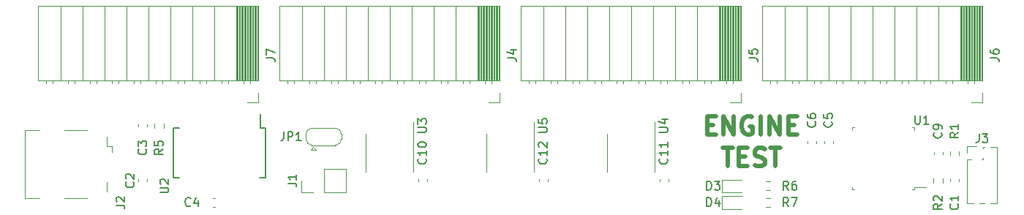
<source format=gbr>
%TF.GenerationSoftware,KiCad,Pcbnew,(5.1.9)-1*%
%TF.CreationDate,2021-05-23T15:32:32+02:00*%
%TF.ProjectId,Engine_Test,456e6769-6e65-45f5-9465-73742e6b6963,rev?*%
%TF.SameCoordinates,Original*%
%TF.FileFunction,Legend,Top*%
%TF.FilePolarity,Positive*%
%FSLAX46Y46*%
G04 Gerber Fmt 4.6, Leading zero omitted, Abs format (unit mm)*
G04 Created by KiCad (PCBNEW (5.1.9)-1) date 2021-05-23 15:32:32*
%MOMM*%
%LPD*%
G01*
G04 APERTURE LIST*
%ADD10C,0.525000*%
%ADD11C,0.120000*%
%ADD12C,0.150000*%
G04 APERTURE END LIST*
D10*
X189160000Y-98977500D02*
X189860000Y-98977500D01*
X190160000Y-100077500D02*
X189160000Y-100077500D01*
X189160000Y-97977500D01*
X190160000Y-97977500D01*
X191060000Y-100077500D02*
X191060000Y-97977500D01*
X192260000Y-100077500D01*
X192260000Y-97977500D01*
X194360000Y-98077500D02*
X194160000Y-97977500D01*
X193860000Y-97977500D01*
X193560000Y-98077500D01*
X193360000Y-98277500D01*
X193260000Y-98477500D01*
X193160000Y-98877500D01*
X193160000Y-99177500D01*
X193260000Y-99577500D01*
X193360000Y-99777500D01*
X193560000Y-99977500D01*
X193860000Y-100077500D01*
X194060000Y-100077500D01*
X194360000Y-99977500D01*
X194460000Y-99877500D01*
X194460000Y-99177500D01*
X194060000Y-99177500D01*
X195360000Y-100077500D02*
X195360000Y-97977500D01*
X196360000Y-100077500D02*
X196360000Y-97977500D01*
X197560000Y-100077500D01*
X197560000Y-97977500D01*
X198560000Y-98977500D02*
X199260000Y-98977500D01*
X199560000Y-100077500D02*
X198560000Y-100077500D01*
X198560000Y-97977500D01*
X199560000Y-97977500D01*
X190960000Y-101652500D02*
X192160000Y-101652500D01*
X191560000Y-103752500D02*
X191560000Y-101652500D01*
X192860000Y-102652500D02*
X193560000Y-102652500D01*
X193860000Y-103752500D02*
X192860000Y-103752500D01*
X192860000Y-101652500D01*
X193860000Y-101652500D01*
X194660000Y-103652500D02*
X194960000Y-103752500D01*
X195460000Y-103752500D01*
X195660000Y-103652500D01*
X195760000Y-103552500D01*
X195860000Y-103352500D01*
X195860000Y-103152500D01*
X195760000Y-102952500D01*
X195660000Y-102852500D01*
X195460000Y-102752500D01*
X195060000Y-102652500D01*
X194860000Y-102552500D01*
X194760000Y-102452500D01*
X194660000Y-102252500D01*
X194660000Y-102052500D01*
X194760000Y-101852500D01*
X194860000Y-101752500D01*
X195060000Y-101652500D01*
X195560000Y-101652500D01*
X195860000Y-101752500D01*
X196460000Y-101652500D02*
X197660000Y-101652500D01*
X197060000Y-103752500D02*
X197060000Y-101652500D01*
D11*
%TO.C,J2*%
X114755000Y-99545000D02*
X117355000Y-99545000D01*
X117355000Y-107465000D02*
X114755000Y-107465000D01*
X119665000Y-100305000D02*
X119665000Y-101455000D01*
X119665000Y-101455000D02*
X120255000Y-101455000D01*
X120255000Y-101455000D02*
X120255000Y-102155000D01*
X119665000Y-105555000D02*
X119665000Y-106705000D01*
X111855000Y-99545000D02*
X110195000Y-99545000D01*
X110195000Y-99545000D02*
X110195000Y-107465000D01*
X110195000Y-107465000D02*
X111855000Y-107465000D01*
%TO.C,J1*%
X142180000Y-106740000D02*
X142180000Y-105410000D01*
X143510000Y-106740000D02*
X142180000Y-106740000D01*
X144780000Y-106740000D02*
X144780000Y-104080000D01*
X144780000Y-104080000D02*
X147380000Y-104080000D01*
X144780000Y-106740000D02*
X147380000Y-106740000D01*
X147380000Y-106740000D02*
X147380000Y-104080000D01*
%TO.C,U1*%
X206240000Y-99260000D02*
X205940000Y-99260000D01*
X205940000Y-99260000D02*
X205940000Y-99560000D01*
X212860000Y-99260000D02*
X213160000Y-99260000D01*
X213160000Y-99260000D02*
X213160000Y-99560000D01*
X206240000Y-106480000D02*
X205940000Y-106480000D01*
X205940000Y-106480000D02*
X205940000Y-106180000D01*
X212860000Y-106480000D02*
X213160000Y-106480000D01*
X213160000Y-106480000D02*
X213160000Y-106180000D01*
X213160000Y-106180000D02*
X214475000Y-106180000D01*
%TO.C,J3*%
X219215000Y-101475000D02*
X220345000Y-101475000D01*
X219215000Y-102235000D02*
X219215000Y-101475000D01*
X221922530Y-101540000D02*
X222745000Y-101540000D01*
X221105000Y-101540000D02*
X221307470Y-101540000D01*
X221105000Y-101671529D02*
X221105000Y-101540000D01*
X221105000Y-102941529D02*
X221105000Y-102798471D01*
X220908471Y-102995000D02*
X221051529Y-102995000D01*
X219215000Y-102995000D02*
X219781529Y-102995000D01*
X222745000Y-101540000D02*
X222745000Y-108010000D01*
X219215000Y-102995000D02*
X219215000Y-108010000D01*
X220652530Y-108010000D02*
X221307470Y-108010000D01*
X221922530Y-108010000D02*
X222745000Y-108010000D01*
X219215000Y-108010000D02*
X220037470Y-108010000D01*
%TO.C,U5*%
X163635000Y-102235000D02*
X163635000Y-104435000D01*
X163635000Y-102235000D02*
X163635000Y-100035000D01*
X169105000Y-102235000D02*
X169105000Y-104435000D01*
X169105000Y-102235000D02*
X169105000Y-98635000D01*
%TO.C,U4*%
X177605000Y-102235000D02*
X177605000Y-104435000D01*
X177605000Y-102235000D02*
X177605000Y-100035000D01*
X183075000Y-102235000D02*
X183075000Y-104435000D01*
X183075000Y-102235000D02*
X183075000Y-98635000D01*
%TO.C,U3*%
X149665000Y-102235000D02*
X149665000Y-104435000D01*
X149665000Y-102235000D02*
X149665000Y-100035000D01*
X155135000Y-102235000D02*
X155135000Y-104435000D01*
X155135000Y-102235000D02*
X155135000Y-98635000D01*
D12*
%TO.C,U2*%
X138040000Y-99360000D02*
X137465000Y-99360000D01*
X138040000Y-105110000D02*
X137390000Y-105110000D01*
X127390000Y-105110000D02*
X128040000Y-105110000D01*
X127390000Y-99360000D02*
X128040000Y-99360000D01*
X138040000Y-99360000D02*
X138040000Y-105110000D01*
X127390000Y-99360000D02*
X127390000Y-105110000D01*
X137465000Y-99360000D02*
X137465000Y-97760000D01*
D11*
%TO.C,R7*%
X196452258Y-108472500D02*
X195977742Y-108472500D01*
X196452258Y-107427500D02*
X195977742Y-107427500D01*
%TO.C,R6*%
X196452258Y-106567500D02*
X195977742Y-106567500D01*
X196452258Y-105522500D02*
X195977742Y-105522500D01*
%TO.C,R5*%
X125207500Y-99297258D02*
X125207500Y-98822742D01*
X126252500Y-99297258D02*
X126252500Y-98822742D01*
%TO.C,R2*%
X215377500Y-105647258D02*
X215377500Y-105172742D01*
X216422500Y-105647258D02*
X216422500Y-105172742D01*
%TO.C,R1*%
X218327500Y-101997742D02*
X218327500Y-102472258D01*
X217282500Y-101997742D02*
X217282500Y-102472258D01*
%TO.C,JP1*%
X143580000Y-101530000D02*
X143880000Y-101830000D01*
X143280000Y-101830000D02*
X143880000Y-101830000D01*
X143580000Y-101530000D02*
X143280000Y-101830000D01*
X142730000Y-100630000D02*
X142730000Y-100030000D01*
X146180000Y-101330000D02*
X143380000Y-101330000D01*
X146830000Y-100030000D02*
X146830000Y-100630000D01*
X143380000Y-99330000D02*
X146180000Y-99330000D01*
X142730000Y-100030000D02*
G75*
G02*
X143430000Y-99330000I700000J0D01*
G01*
X143430000Y-101330000D02*
G75*
G02*
X142730000Y-100630000I0J700000D01*
G01*
X146830000Y-100630000D02*
G75*
G02*
X146130000Y-101330000I-700000J0D01*
G01*
X146130000Y-99330000D02*
G75*
G02*
X146830000Y-100030000I0J-700000D01*
G01*
%TO.C,J7*%
X137100000Y-85160000D02*
X137100000Y-93790000D01*
X136981905Y-85160000D02*
X136981905Y-93790000D01*
X136863810Y-85160000D02*
X136863810Y-93790000D01*
X136745715Y-85160000D02*
X136745715Y-93790000D01*
X136627620Y-85160000D02*
X136627620Y-93790000D01*
X136509525Y-85160000D02*
X136509525Y-93790000D01*
X136391430Y-85160000D02*
X136391430Y-93790000D01*
X136273335Y-85160000D02*
X136273335Y-93790000D01*
X136155240Y-85160000D02*
X136155240Y-93790000D01*
X136037145Y-85160000D02*
X136037145Y-93790000D01*
X135919050Y-85160000D02*
X135919050Y-93790000D01*
X135800955Y-85160000D02*
X135800955Y-93790000D01*
X135682860Y-85160000D02*
X135682860Y-93790000D01*
X135564765Y-85160000D02*
X135564765Y-93790000D01*
X135446670Y-85160000D02*
X135446670Y-93790000D01*
X135328575Y-85160000D02*
X135328575Y-93790000D01*
X135210480Y-85160000D02*
X135210480Y-93790000D01*
X135092385Y-85160000D02*
X135092385Y-93790000D01*
X134974290Y-85160000D02*
X134974290Y-93790000D01*
X134856195Y-85160000D02*
X134856195Y-93790000D01*
X134738100Y-85160000D02*
X134738100Y-93790000D01*
X136250000Y-93790000D02*
X136250000Y-94140000D01*
X135530000Y-93790000D02*
X135530000Y-94140000D01*
X133710000Y-93790000D02*
X133710000Y-94200000D01*
X132990000Y-93790000D02*
X132990000Y-94200000D01*
X131170000Y-93790000D02*
X131170000Y-94200000D01*
X130450000Y-93790000D02*
X130450000Y-94200000D01*
X128630000Y-93790000D02*
X128630000Y-94200000D01*
X127910000Y-93790000D02*
X127910000Y-94200000D01*
X126090000Y-93790000D02*
X126090000Y-94200000D01*
X125370000Y-93790000D02*
X125370000Y-94200000D01*
X123550000Y-93790000D02*
X123550000Y-94200000D01*
X122830000Y-93790000D02*
X122830000Y-94200000D01*
X121010000Y-93790000D02*
X121010000Y-94200000D01*
X120290000Y-93790000D02*
X120290000Y-94200000D01*
X118470000Y-93790000D02*
X118470000Y-94200000D01*
X117750000Y-93790000D02*
X117750000Y-94200000D01*
X115930000Y-93790000D02*
X115930000Y-94200000D01*
X115210000Y-93790000D02*
X115210000Y-94200000D01*
X113390000Y-93790000D02*
X113390000Y-94200000D01*
X112670000Y-93790000D02*
X112670000Y-94200000D01*
X134620000Y-85160000D02*
X134620000Y-93790000D01*
X132080000Y-85160000D02*
X132080000Y-93790000D01*
X129540000Y-85160000D02*
X129540000Y-93790000D01*
X127000000Y-85160000D02*
X127000000Y-93790000D01*
X124460000Y-85160000D02*
X124460000Y-93790000D01*
X121920000Y-85160000D02*
X121920000Y-93790000D01*
X119380000Y-85160000D02*
X119380000Y-93790000D01*
X116840000Y-85160000D02*
X116840000Y-93790000D01*
X114300000Y-85160000D02*
X114300000Y-93790000D01*
X137220000Y-85160000D02*
X137220000Y-93790000D01*
X137220000Y-93790000D02*
X111700000Y-93790000D01*
X111700000Y-85160000D02*
X111700000Y-93790000D01*
X137220000Y-85160000D02*
X111700000Y-85160000D01*
X137220000Y-96360000D02*
X135890000Y-96360000D01*
X137220000Y-95250000D02*
X137220000Y-96360000D01*
%TO.C,J6*%
X220920000Y-85160000D02*
X220920000Y-93790000D01*
X220801905Y-85160000D02*
X220801905Y-93790000D01*
X220683810Y-85160000D02*
X220683810Y-93790000D01*
X220565715Y-85160000D02*
X220565715Y-93790000D01*
X220447620Y-85160000D02*
X220447620Y-93790000D01*
X220329525Y-85160000D02*
X220329525Y-93790000D01*
X220211430Y-85160000D02*
X220211430Y-93790000D01*
X220093335Y-85160000D02*
X220093335Y-93790000D01*
X219975240Y-85160000D02*
X219975240Y-93790000D01*
X219857145Y-85160000D02*
X219857145Y-93790000D01*
X219739050Y-85160000D02*
X219739050Y-93790000D01*
X219620955Y-85160000D02*
X219620955Y-93790000D01*
X219502860Y-85160000D02*
X219502860Y-93790000D01*
X219384765Y-85160000D02*
X219384765Y-93790000D01*
X219266670Y-85160000D02*
X219266670Y-93790000D01*
X219148575Y-85160000D02*
X219148575Y-93790000D01*
X219030480Y-85160000D02*
X219030480Y-93790000D01*
X218912385Y-85160000D02*
X218912385Y-93790000D01*
X218794290Y-85160000D02*
X218794290Y-93790000D01*
X218676195Y-85160000D02*
X218676195Y-93790000D01*
X218558100Y-85160000D02*
X218558100Y-93790000D01*
X220070000Y-93790000D02*
X220070000Y-94140000D01*
X219350000Y-93790000D02*
X219350000Y-94140000D01*
X217530000Y-93790000D02*
X217530000Y-94200000D01*
X216810000Y-93790000D02*
X216810000Y-94200000D01*
X214990000Y-93790000D02*
X214990000Y-94200000D01*
X214270000Y-93790000D02*
X214270000Y-94200000D01*
X212450000Y-93790000D02*
X212450000Y-94200000D01*
X211730000Y-93790000D02*
X211730000Y-94200000D01*
X209910000Y-93790000D02*
X209910000Y-94200000D01*
X209190000Y-93790000D02*
X209190000Y-94200000D01*
X207370000Y-93790000D02*
X207370000Y-94200000D01*
X206650000Y-93790000D02*
X206650000Y-94200000D01*
X204830000Y-93790000D02*
X204830000Y-94200000D01*
X204110000Y-93790000D02*
X204110000Y-94200000D01*
X202290000Y-93790000D02*
X202290000Y-94200000D01*
X201570000Y-93790000D02*
X201570000Y-94200000D01*
X199750000Y-93790000D02*
X199750000Y-94200000D01*
X199030000Y-93790000D02*
X199030000Y-94200000D01*
X197210000Y-93790000D02*
X197210000Y-94200000D01*
X196490000Y-93790000D02*
X196490000Y-94200000D01*
X218440000Y-85160000D02*
X218440000Y-93790000D01*
X215900000Y-85160000D02*
X215900000Y-93790000D01*
X213360000Y-85160000D02*
X213360000Y-93790000D01*
X210820000Y-85160000D02*
X210820000Y-93790000D01*
X208280000Y-85160000D02*
X208280000Y-93790000D01*
X205740000Y-85160000D02*
X205740000Y-93790000D01*
X203200000Y-85160000D02*
X203200000Y-93790000D01*
X200660000Y-85160000D02*
X200660000Y-93790000D01*
X198120000Y-85160000D02*
X198120000Y-93790000D01*
X221040000Y-85160000D02*
X221040000Y-93790000D01*
X221040000Y-93790000D02*
X195520000Y-93790000D01*
X195520000Y-85160000D02*
X195520000Y-93790000D01*
X221040000Y-85160000D02*
X195520000Y-85160000D01*
X221040000Y-96360000D02*
X219710000Y-96360000D01*
X221040000Y-95250000D02*
X221040000Y-96360000D01*
%TO.C,J5*%
X192980000Y-85160000D02*
X192980000Y-93790000D01*
X192861905Y-85160000D02*
X192861905Y-93790000D01*
X192743810Y-85160000D02*
X192743810Y-93790000D01*
X192625715Y-85160000D02*
X192625715Y-93790000D01*
X192507620Y-85160000D02*
X192507620Y-93790000D01*
X192389525Y-85160000D02*
X192389525Y-93790000D01*
X192271430Y-85160000D02*
X192271430Y-93790000D01*
X192153335Y-85160000D02*
X192153335Y-93790000D01*
X192035240Y-85160000D02*
X192035240Y-93790000D01*
X191917145Y-85160000D02*
X191917145Y-93790000D01*
X191799050Y-85160000D02*
X191799050Y-93790000D01*
X191680955Y-85160000D02*
X191680955Y-93790000D01*
X191562860Y-85160000D02*
X191562860Y-93790000D01*
X191444765Y-85160000D02*
X191444765Y-93790000D01*
X191326670Y-85160000D02*
X191326670Y-93790000D01*
X191208575Y-85160000D02*
X191208575Y-93790000D01*
X191090480Y-85160000D02*
X191090480Y-93790000D01*
X190972385Y-85160000D02*
X190972385Y-93790000D01*
X190854290Y-85160000D02*
X190854290Y-93790000D01*
X190736195Y-85160000D02*
X190736195Y-93790000D01*
X190618100Y-85160000D02*
X190618100Y-93790000D01*
X192130000Y-93790000D02*
X192130000Y-94140000D01*
X191410000Y-93790000D02*
X191410000Y-94140000D01*
X189590000Y-93790000D02*
X189590000Y-94200000D01*
X188870000Y-93790000D02*
X188870000Y-94200000D01*
X187050000Y-93790000D02*
X187050000Y-94200000D01*
X186330000Y-93790000D02*
X186330000Y-94200000D01*
X184510000Y-93790000D02*
X184510000Y-94200000D01*
X183790000Y-93790000D02*
X183790000Y-94200000D01*
X181970000Y-93790000D02*
X181970000Y-94200000D01*
X181250000Y-93790000D02*
X181250000Y-94200000D01*
X179430000Y-93790000D02*
X179430000Y-94200000D01*
X178710000Y-93790000D02*
X178710000Y-94200000D01*
X176890000Y-93790000D02*
X176890000Y-94200000D01*
X176170000Y-93790000D02*
X176170000Y-94200000D01*
X174350000Y-93790000D02*
X174350000Y-94200000D01*
X173630000Y-93790000D02*
X173630000Y-94200000D01*
X171810000Y-93790000D02*
X171810000Y-94200000D01*
X171090000Y-93790000D02*
X171090000Y-94200000D01*
X169270000Y-93790000D02*
X169270000Y-94200000D01*
X168550000Y-93790000D02*
X168550000Y-94200000D01*
X190500000Y-85160000D02*
X190500000Y-93790000D01*
X187960000Y-85160000D02*
X187960000Y-93790000D01*
X185420000Y-85160000D02*
X185420000Y-93790000D01*
X182880000Y-85160000D02*
X182880000Y-93790000D01*
X180340000Y-85160000D02*
X180340000Y-93790000D01*
X177800000Y-85160000D02*
X177800000Y-93790000D01*
X175260000Y-85160000D02*
X175260000Y-93790000D01*
X172720000Y-85160000D02*
X172720000Y-93790000D01*
X170180000Y-85160000D02*
X170180000Y-93790000D01*
X193100000Y-85160000D02*
X193100000Y-93790000D01*
X193100000Y-93790000D02*
X167580000Y-93790000D01*
X167580000Y-85160000D02*
X167580000Y-93790000D01*
X193100000Y-85160000D02*
X167580000Y-85160000D01*
X193100000Y-96360000D02*
X191770000Y-96360000D01*
X193100000Y-95250000D02*
X193100000Y-96360000D01*
%TO.C,J4*%
X165040000Y-85160000D02*
X165040000Y-93790000D01*
X164921905Y-85160000D02*
X164921905Y-93790000D01*
X164803810Y-85160000D02*
X164803810Y-93790000D01*
X164685715Y-85160000D02*
X164685715Y-93790000D01*
X164567620Y-85160000D02*
X164567620Y-93790000D01*
X164449525Y-85160000D02*
X164449525Y-93790000D01*
X164331430Y-85160000D02*
X164331430Y-93790000D01*
X164213335Y-85160000D02*
X164213335Y-93790000D01*
X164095240Y-85160000D02*
X164095240Y-93790000D01*
X163977145Y-85160000D02*
X163977145Y-93790000D01*
X163859050Y-85160000D02*
X163859050Y-93790000D01*
X163740955Y-85160000D02*
X163740955Y-93790000D01*
X163622860Y-85160000D02*
X163622860Y-93790000D01*
X163504765Y-85160000D02*
X163504765Y-93790000D01*
X163386670Y-85160000D02*
X163386670Y-93790000D01*
X163268575Y-85160000D02*
X163268575Y-93790000D01*
X163150480Y-85160000D02*
X163150480Y-93790000D01*
X163032385Y-85160000D02*
X163032385Y-93790000D01*
X162914290Y-85160000D02*
X162914290Y-93790000D01*
X162796195Y-85160000D02*
X162796195Y-93790000D01*
X162678100Y-85160000D02*
X162678100Y-93790000D01*
X164190000Y-93790000D02*
X164190000Y-94140000D01*
X163470000Y-93790000D02*
X163470000Y-94140000D01*
X161650000Y-93790000D02*
X161650000Y-94200000D01*
X160930000Y-93790000D02*
X160930000Y-94200000D01*
X159110000Y-93790000D02*
X159110000Y-94200000D01*
X158390000Y-93790000D02*
X158390000Y-94200000D01*
X156570000Y-93790000D02*
X156570000Y-94200000D01*
X155850000Y-93790000D02*
X155850000Y-94200000D01*
X154030000Y-93790000D02*
X154030000Y-94200000D01*
X153310000Y-93790000D02*
X153310000Y-94200000D01*
X151490000Y-93790000D02*
X151490000Y-94200000D01*
X150770000Y-93790000D02*
X150770000Y-94200000D01*
X148950000Y-93790000D02*
X148950000Y-94200000D01*
X148230000Y-93790000D02*
X148230000Y-94200000D01*
X146410000Y-93790000D02*
X146410000Y-94200000D01*
X145690000Y-93790000D02*
X145690000Y-94200000D01*
X143870000Y-93790000D02*
X143870000Y-94200000D01*
X143150000Y-93790000D02*
X143150000Y-94200000D01*
X141330000Y-93790000D02*
X141330000Y-94200000D01*
X140610000Y-93790000D02*
X140610000Y-94200000D01*
X162560000Y-85160000D02*
X162560000Y-93790000D01*
X160020000Y-85160000D02*
X160020000Y-93790000D01*
X157480000Y-85160000D02*
X157480000Y-93790000D01*
X154940000Y-85160000D02*
X154940000Y-93790000D01*
X152400000Y-85160000D02*
X152400000Y-93790000D01*
X149860000Y-85160000D02*
X149860000Y-93790000D01*
X147320000Y-85160000D02*
X147320000Y-93790000D01*
X144780000Y-85160000D02*
X144780000Y-93790000D01*
X142240000Y-85160000D02*
X142240000Y-93790000D01*
X165160000Y-85160000D02*
X165160000Y-93790000D01*
X165160000Y-93790000D02*
X139640000Y-93790000D01*
X139640000Y-85160000D02*
X139640000Y-93790000D01*
X165160000Y-85160000D02*
X139640000Y-85160000D01*
X165160000Y-96360000D02*
X163830000Y-96360000D01*
X165160000Y-95250000D02*
X165160000Y-96360000D01*
%TO.C,D4*%
X193170000Y-107215000D02*
X190885000Y-107215000D01*
X190885000Y-107215000D02*
X190885000Y-108685000D01*
X190885000Y-108685000D02*
X193170000Y-108685000D01*
%TO.C,D3*%
X193205000Y-105310000D02*
X190920000Y-105310000D01*
X190920000Y-105310000D02*
X190920000Y-106780000D01*
X190920000Y-106780000D02*
X193205000Y-106780000D01*
%TO.C,C12*%
X169670000Y-105550580D02*
X169670000Y-105269420D01*
X170690000Y-105550580D02*
X170690000Y-105269420D01*
%TO.C,C11*%
X183640000Y-105550580D02*
X183640000Y-105269420D01*
X184660000Y-105550580D02*
X184660000Y-105269420D01*
%TO.C,C10*%
X155700000Y-105550580D02*
X155700000Y-105269420D01*
X156720000Y-105550580D02*
X156720000Y-105269420D01*
%TO.C,C9*%
X216410000Y-102094420D02*
X216410000Y-102375580D01*
X215390000Y-102094420D02*
X215390000Y-102375580D01*
%TO.C,C6*%
X201805000Y-100824420D02*
X201805000Y-101105580D01*
X200785000Y-100824420D02*
X200785000Y-101105580D01*
%TO.C,C5*%
X203710000Y-100824420D02*
X203710000Y-101105580D01*
X202690000Y-100824420D02*
X202690000Y-101105580D01*
%TO.C,C4*%
X131939420Y-107440000D02*
X132220580Y-107440000D01*
X131939420Y-108460000D02*
X132220580Y-108460000D01*
%TO.C,C3*%
X123315000Y-99200580D02*
X123315000Y-98919420D01*
X124335000Y-99200580D02*
X124335000Y-98919420D01*
%TO.C,C2*%
X123315000Y-105550580D02*
X123315000Y-105269420D01*
X124335000Y-105550580D02*
X124335000Y-105269420D01*
%TO.C,C1*%
X217295000Y-105550580D02*
X217295000Y-105269420D01*
X218315000Y-105550580D02*
X218315000Y-105269420D01*
%TO.C,J2*%
D12*
X120737380Y-108283333D02*
X121451666Y-108283333D01*
X121594523Y-108330952D01*
X121689761Y-108426190D01*
X121737380Y-108569047D01*
X121737380Y-108664285D01*
X120832619Y-107854761D02*
X120785000Y-107807142D01*
X120737380Y-107711904D01*
X120737380Y-107473809D01*
X120785000Y-107378571D01*
X120832619Y-107330952D01*
X120927857Y-107283333D01*
X121023095Y-107283333D01*
X121165952Y-107330952D01*
X121737380Y-107902380D01*
X121737380Y-107283333D01*
%TO.C,J1*%
X140632380Y-105743333D02*
X141346666Y-105743333D01*
X141489523Y-105790952D01*
X141584761Y-105886190D01*
X141632380Y-106029047D01*
X141632380Y-106124285D01*
X141632380Y-104743333D02*
X141632380Y-105314761D01*
X141632380Y-105029047D02*
X140632380Y-105029047D01*
X140775238Y-105124285D01*
X140870476Y-105219523D01*
X140918095Y-105314761D01*
%TO.C,U1*%
X213233095Y-97877380D02*
X213233095Y-98686904D01*
X213280714Y-98782142D01*
X213328333Y-98829761D01*
X213423571Y-98877380D01*
X213614047Y-98877380D01*
X213709285Y-98829761D01*
X213756904Y-98782142D01*
X213804523Y-98686904D01*
X213804523Y-97877380D01*
X214804523Y-98877380D02*
X214233095Y-98877380D01*
X214518809Y-98877380D02*
X214518809Y-97877380D01*
X214423571Y-98020238D01*
X214328333Y-98115476D01*
X214233095Y-98163095D01*
%TO.C,J3*%
X220646666Y-99992380D02*
X220646666Y-100706666D01*
X220599047Y-100849523D01*
X220503809Y-100944761D01*
X220360952Y-100992380D01*
X220265714Y-100992380D01*
X221027619Y-99992380D02*
X221646666Y-99992380D01*
X221313333Y-100373333D01*
X221456190Y-100373333D01*
X221551428Y-100420952D01*
X221599047Y-100468571D01*
X221646666Y-100563809D01*
X221646666Y-100801904D01*
X221599047Y-100897142D01*
X221551428Y-100944761D01*
X221456190Y-100992380D01*
X221170476Y-100992380D01*
X221075238Y-100944761D01*
X221027619Y-100897142D01*
%TO.C,U5*%
X169632380Y-99821904D02*
X170441904Y-99821904D01*
X170537142Y-99774285D01*
X170584761Y-99726666D01*
X170632380Y-99631428D01*
X170632380Y-99440952D01*
X170584761Y-99345714D01*
X170537142Y-99298095D01*
X170441904Y-99250476D01*
X169632380Y-99250476D01*
X169632380Y-98298095D02*
X169632380Y-98774285D01*
X170108571Y-98821904D01*
X170060952Y-98774285D01*
X170013333Y-98679047D01*
X170013333Y-98440952D01*
X170060952Y-98345714D01*
X170108571Y-98298095D01*
X170203809Y-98250476D01*
X170441904Y-98250476D01*
X170537142Y-98298095D01*
X170584761Y-98345714D01*
X170632380Y-98440952D01*
X170632380Y-98679047D01*
X170584761Y-98774285D01*
X170537142Y-98821904D01*
%TO.C,U4*%
X183602380Y-99821904D02*
X184411904Y-99821904D01*
X184507142Y-99774285D01*
X184554761Y-99726666D01*
X184602380Y-99631428D01*
X184602380Y-99440952D01*
X184554761Y-99345714D01*
X184507142Y-99298095D01*
X184411904Y-99250476D01*
X183602380Y-99250476D01*
X183935714Y-98345714D02*
X184602380Y-98345714D01*
X183554761Y-98583809D02*
X184269047Y-98821904D01*
X184269047Y-98202857D01*
%TO.C,U3*%
X155662380Y-99821904D02*
X156471904Y-99821904D01*
X156567142Y-99774285D01*
X156614761Y-99726666D01*
X156662380Y-99631428D01*
X156662380Y-99440952D01*
X156614761Y-99345714D01*
X156567142Y-99298095D01*
X156471904Y-99250476D01*
X155662380Y-99250476D01*
X155662380Y-98869523D02*
X155662380Y-98250476D01*
X156043333Y-98583809D01*
X156043333Y-98440952D01*
X156090952Y-98345714D01*
X156138571Y-98298095D01*
X156233809Y-98250476D01*
X156471904Y-98250476D01*
X156567142Y-98298095D01*
X156614761Y-98345714D01*
X156662380Y-98440952D01*
X156662380Y-98726666D01*
X156614761Y-98821904D01*
X156567142Y-98869523D01*
%TO.C,U2*%
X125817380Y-106806904D02*
X126626904Y-106806904D01*
X126722142Y-106759285D01*
X126769761Y-106711666D01*
X126817380Y-106616428D01*
X126817380Y-106425952D01*
X126769761Y-106330714D01*
X126722142Y-106283095D01*
X126626904Y-106235476D01*
X125817380Y-106235476D01*
X125912619Y-105806904D02*
X125865000Y-105759285D01*
X125817380Y-105664047D01*
X125817380Y-105425952D01*
X125865000Y-105330714D01*
X125912619Y-105283095D01*
X126007857Y-105235476D01*
X126103095Y-105235476D01*
X126245952Y-105283095D01*
X126817380Y-105854523D01*
X126817380Y-105235476D01*
%TO.C,R7*%
X198588333Y-108402380D02*
X198255000Y-107926190D01*
X198016904Y-108402380D02*
X198016904Y-107402380D01*
X198397857Y-107402380D01*
X198493095Y-107450000D01*
X198540714Y-107497619D01*
X198588333Y-107592857D01*
X198588333Y-107735714D01*
X198540714Y-107830952D01*
X198493095Y-107878571D01*
X198397857Y-107926190D01*
X198016904Y-107926190D01*
X198921666Y-107402380D02*
X199588333Y-107402380D01*
X199159761Y-108402380D01*
%TO.C,R6*%
X198588333Y-106497380D02*
X198255000Y-106021190D01*
X198016904Y-106497380D02*
X198016904Y-105497380D01*
X198397857Y-105497380D01*
X198493095Y-105545000D01*
X198540714Y-105592619D01*
X198588333Y-105687857D01*
X198588333Y-105830714D01*
X198540714Y-105925952D01*
X198493095Y-105973571D01*
X198397857Y-106021190D01*
X198016904Y-106021190D01*
X199445476Y-105497380D02*
X199255000Y-105497380D01*
X199159761Y-105545000D01*
X199112142Y-105592619D01*
X199016904Y-105735476D01*
X198969285Y-105925952D01*
X198969285Y-106306904D01*
X199016904Y-106402142D01*
X199064523Y-106449761D01*
X199159761Y-106497380D01*
X199350238Y-106497380D01*
X199445476Y-106449761D01*
X199493095Y-106402142D01*
X199540714Y-106306904D01*
X199540714Y-106068809D01*
X199493095Y-105973571D01*
X199445476Y-105925952D01*
X199350238Y-105878333D01*
X199159761Y-105878333D01*
X199064523Y-105925952D01*
X199016904Y-105973571D01*
X198969285Y-106068809D01*
%TO.C,R5*%
X126182380Y-101766666D02*
X125706190Y-102100000D01*
X126182380Y-102338095D02*
X125182380Y-102338095D01*
X125182380Y-101957142D01*
X125230000Y-101861904D01*
X125277619Y-101814285D01*
X125372857Y-101766666D01*
X125515714Y-101766666D01*
X125610952Y-101814285D01*
X125658571Y-101861904D01*
X125706190Y-101957142D01*
X125706190Y-102338095D01*
X125182380Y-100861904D02*
X125182380Y-101338095D01*
X125658571Y-101385714D01*
X125610952Y-101338095D01*
X125563333Y-101242857D01*
X125563333Y-101004761D01*
X125610952Y-100909523D01*
X125658571Y-100861904D01*
X125753809Y-100814285D01*
X125991904Y-100814285D01*
X126087142Y-100861904D01*
X126134761Y-100909523D01*
X126182380Y-101004761D01*
X126182380Y-101242857D01*
X126134761Y-101338095D01*
X126087142Y-101385714D01*
%TO.C,R2*%
X216352380Y-108116666D02*
X215876190Y-108450000D01*
X216352380Y-108688095D02*
X215352380Y-108688095D01*
X215352380Y-108307142D01*
X215400000Y-108211904D01*
X215447619Y-108164285D01*
X215542857Y-108116666D01*
X215685714Y-108116666D01*
X215780952Y-108164285D01*
X215828571Y-108211904D01*
X215876190Y-108307142D01*
X215876190Y-108688095D01*
X215447619Y-107735714D02*
X215400000Y-107688095D01*
X215352380Y-107592857D01*
X215352380Y-107354761D01*
X215400000Y-107259523D01*
X215447619Y-107211904D01*
X215542857Y-107164285D01*
X215638095Y-107164285D01*
X215780952Y-107211904D01*
X216352380Y-107783333D01*
X216352380Y-107164285D01*
%TO.C,R1*%
X218257380Y-99861666D02*
X217781190Y-100195000D01*
X218257380Y-100433095D02*
X217257380Y-100433095D01*
X217257380Y-100052142D01*
X217305000Y-99956904D01*
X217352619Y-99909285D01*
X217447857Y-99861666D01*
X217590714Y-99861666D01*
X217685952Y-99909285D01*
X217733571Y-99956904D01*
X217781190Y-100052142D01*
X217781190Y-100433095D01*
X218257380Y-98909285D02*
X218257380Y-99480714D01*
X218257380Y-99195000D02*
X217257380Y-99195000D01*
X217400238Y-99290238D01*
X217495476Y-99385476D01*
X217543095Y-99480714D01*
%TO.C,JP1*%
X140166666Y-99782380D02*
X140166666Y-100496666D01*
X140119047Y-100639523D01*
X140023809Y-100734761D01*
X139880952Y-100782380D01*
X139785714Y-100782380D01*
X140642857Y-100782380D02*
X140642857Y-99782380D01*
X141023809Y-99782380D01*
X141119047Y-99830000D01*
X141166666Y-99877619D01*
X141214285Y-99972857D01*
X141214285Y-100115714D01*
X141166666Y-100210952D01*
X141119047Y-100258571D01*
X141023809Y-100306190D01*
X140642857Y-100306190D01*
X142166666Y-100782380D02*
X141595238Y-100782380D01*
X141880952Y-100782380D02*
X141880952Y-99782380D01*
X141785714Y-99925238D01*
X141690476Y-100020476D01*
X141595238Y-100068095D01*
%TO.C,J7*%
X138112380Y-91203333D02*
X138826666Y-91203333D01*
X138969523Y-91250952D01*
X139064761Y-91346190D01*
X139112380Y-91489047D01*
X139112380Y-91584285D01*
X138112380Y-90822380D02*
X138112380Y-90155714D01*
X139112380Y-90584285D01*
%TO.C,J6*%
X221932380Y-91203333D02*
X222646666Y-91203333D01*
X222789523Y-91250952D01*
X222884761Y-91346190D01*
X222932380Y-91489047D01*
X222932380Y-91584285D01*
X221932380Y-90298571D02*
X221932380Y-90489047D01*
X221980000Y-90584285D01*
X222027619Y-90631904D01*
X222170476Y-90727142D01*
X222360952Y-90774761D01*
X222741904Y-90774761D01*
X222837142Y-90727142D01*
X222884761Y-90679523D01*
X222932380Y-90584285D01*
X222932380Y-90393809D01*
X222884761Y-90298571D01*
X222837142Y-90250952D01*
X222741904Y-90203333D01*
X222503809Y-90203333D01*
X222408571Y-90250952D01*
X222360952Y-90298571D01*
X222313333Y-90393809D01*
X222313333Y-90584285D01*
X222360952Y-90679523D01*
X222408571Y-90727142D01*
X222503809Y-90774761D01*
%TO.C,J5*%
X193992380Y-91203333D02*
X194706666Y-91203333D01*
X194849523Y-91250952D01*
X194944761Y-91346190D01*
X194992380Y-91489047D01*
X194992380Y-91584285D01*
X193992380Y-90250952D02*
X193992380Y-90727142D01*
X194468571Y-90774761D01*
X194420952Y-90727142D01*
X194373333Y-90631904D01*
X194373333Y-90393809D01*
X194420952Y-90298571D01*
X194468571Y-90250952D01*
X194563809Y-90203333D01*
X194801904Y-90203333D01*
X194897142Y-90250952D01*
X194944761Y-90298571D01*
X194992380Y-90393809D01*
X194992380Y-90631904D01*
X194944761Y-90727142D01*
X194897142Y-90774761D01*
%TO.C,J4*%
X166052380Y-91203333D02*
X166766666Y-91203333D01*
X166909523Y-91250952D01*
X167004761Y-91346190D01*
X167052380Y-91489047D01*
X167052380Y-91584285D01*
X166385714Y-90298571D02*
X167052380Y-90298571D01*
X166004761Y-90536666D02*
X166719047Y-90774761D01*
X166719047Y-90155714D01*
%TO.C,D4*%
X189126904Y-108402380D02*
X189126904Y-107402380D01*
X189365000Y-107402380D01*
X189507857Y-107450000D01*
X189603095Y-107545238D01*
X189650714Y-107640476D01*
X189698333Y-107830952D01*
X189698333Y-107973809D01*
X189650714Y-108164285D01*
X189603095Y-108259523D01*
X189507857Y-108354761D01*
X189365000Y-108402380D01*
X189126904Y-108402380D01*
X190555476Y-107735714D02*
X190555476Y-108402380D01*
X190317380Y-107354761D02*
X190079285Y-108069047D01*
X190698333Y-108069047D01*
%TO.C,D3*%
X189126904Y-106497380D02*
X189126904Y-105497380D01*
X189365000Y-105497380D01*
X189507857Y-105545000D01*
X189603095Y-105640238D01*
X189650714Y-105735476D01*
X189698333Y-105925952D01*
X189698333Y-106068809D01*
X189650714Y-106259285D01*
X189603095Y-106354523D01*
X189507857Y-106449761D01*
X189365000Y-106497380D01*
X189126904Y-106497380D01*
X190031666Y-105497380D02*
X190650714Y-105497380D01*
X190317380Y-105878333D01*
X190460238Y-105878333D01*
X190555476Y-105925952D01*
X190603095Y-105973571D01*
X190650714Y-106068809D01*
X190650714Y-106306904D01*
X190603095Y-106402142D01*
X190555476Y-106449761D01*
X190460238Y-106497380D01*
X190174523Y-106497380D01*
X190079285Y-106449761D01*
X190031666Y-106402142D01*
%TO.C,C12*%
X170537142Y-102877857D02*
X170584761Y-102925476D01*
X170632380Y-103068333D01*
X170632380Y-103163571D01*
X170584761Y-103306428D01*
X170489523Y-103401666D01*
X170394285Y-103449285D01*
X170203809Y-103496904D01*
X170060952Y-103496904D01*
X169870476Y-103449285D01*
X169775238Y-103401666D01*
X169680000Y-103306428D01*
X169632380Y-103163571D01*
X169632380Y-103068333D01*
X169680000Y-102925476D01*
X169727619Y-102877857D01*
X170632380Y-101925476D02*
X170632380Y-102496904D01*
X170632380Y-102211190D02*
X169632380Y-102211190D01*
X169775238Y-102306428D01*
X169870476Y-102401666D01*
X169918095Y-102496904D01*
X169727619Y-101544523D02*
X169680000Y-101496904D01*
X169632380Y-101401666D01*
X169632380Y-101163571D01*
X169680000Y-101068333D01*
X169727619Y-101020714D01*
X169822857Y-100973095D01*
X169918095Y-100973095D01*
X170060952Y-101020714D01*
X170632380Y-101592142D01*
X170632380Y-100973095D01*
%TO.C,C11*%
X184507142Y-102877857D02*
X184554761Y-102925476D01*
X184602380Y-103068333D01*
X184602380Y-103163571D01*
X184554761Y-103306428D01*
X184459523Y-103401666D01*
X184364285Y-103449285D01*
X184173809Y-103496904D01*
X184030952Y-103496904D01*
X183840476Y-103449285D01*
X183745238Y-103401666D01*
X183650000Y-103306428D01*
X183602380Y-103163571D01*
X183602380Y-103068333D01*
X183650000Y-102925476D01*
X183697619Y-102877857D01*
X184602380Y-101925476D02*
X184602380Y-102496904D01*
X184602380Y-102211190D02*
X183602380Y-102211190D01*
X183745238Y-102306428D01*
X183840476Y-102401666D01*
X183888095Y-102496904D01*
X184602380Y-100973095D02*
X184602380Y-101544523D01*
X184602380Y-101258809D02*
X183602380Y-101258809D01*
X183745238Y-101354047D01*
X183840476Y-101449285D01*
X183888095Y-101544523D01*
%TO.C,C10*%
X156567142Y-102877857D02*
X156614761Y-102925476D01*
X156662380Y-103068333D01*
X156662380Y-103163571D01*
X156614761Y-103306428D01*
X156519523Y-103401666D01*
X156424285Y-103449285D01*
X156233809Y-103496904D01*
X156090952Y-103496904D01*
X155900476Y-103449285D01*
X155805238Y-103401666D01*
X155710000Y-103306428D01*
X155662380Y-103163571D01*
X155662380Y-103068333D01*
X155710000Y-102925476D01*
X155757619Y-102877857D01*
X156662380Y-101925476D02*
X156662380Y-102496904D01*
X156662380Y-102211190D02*
X155662380Y-102211190D01*
X155805238Y-102306428D01*
X155900476Y-102401666D01*
X155948095Y-102496904D01*
X155662380Y-101306428D02*
X155662380Y-101211190D01*
X155710000Y-101115952D01*
X155757619Y-101068333D01*
X155852857Y-101020714D01*
X156043333Y-100973095D01*
X156281428Y-100973095D01*
X156471904Y-101020714D01*
X156567142Y-101068333D01*
X156614761Y-101115952D01*
X156662380Y-101211190D01*
X156662380Y-101306428D01*
X156614761Y-101401666D01*
X156567142Y-101449285D01*
X156471904Y-101496904D01*
X156281428Y-101544523D01*
X156043333Y-101544523D01*
X155852857Y-101496904D01*
X155757619Y-101449285D01*
X155710000Y-101401666D01*
X155662380Y-101306428D01*
%TO.C,C9*%
X216257142Y-99861666D02*
X216304761Y-99909285D01*
X216352380Y-100052142D01*
X216352380Y-100147380D01*
X216304761Y-100290238D01*
X216209523Y-100385476D01*
X216114285Y-100433095D01*
X215923809Y-100480714D01*
X215780952Y-100480714D01*
X215590476Y-100433095D01*
X215495238Y-100385476D01*
X215400000Y-100290238D01*
X215352380Y-100147380D01*
X215352380Y-100052142D01*
X215400000Y-99909285D01*
X215447619Y-99861666D01*
X216352380Y-99385476D02*
X216352380Y-99195000D01*
X216304761Y-99099761D01*
X216257142Y-99052142D01*
X216114285Y-98956904D01*
X215923809Y-98909285D01*
X215542857Y-98909285D01*
X215447619Y-98956904D01*
X215400000Y-99004523D01*
X215352380Y-99099761D01*
X215352380Y-99290238D01*
X215400000Y-99385476D01*
X215447619Y-99433095D01*
X215542857Y-99480714D01*
X215780952Y-99480714D01*
X215876190Y-99433095D01*
X215923809Y-99385476D01*
X215971428Y-99290238D01*
X215971428Y-99099761D01*
X215923809Y-99004523D01*
X215876190Y-98956904D01*
X215780952Y-98909285D01*
%TO.C,C6*%
X201652142Y-98591666D02*
X201699761Y-98639285D01*
X201747380Y-98782142D01*
X201747380Y-98877380D01*
X201699761Y-99020238D01*
X201604523Y-99115476D01*
X201509285Y-99163095D01*
X201318809Y-99210714D01*
X201175952Y-99210714D01*
X200985476Y-99163095D01*
X200890238Y-99115476D01*
X200795000Y-99020238D01*
X200747380Y-98877380D01*
X200747380Y-98782142D01*
X200795000Y-98639285D01*
X200842619Y-98591666D01*
X200747380Y-97734523D02*
X200747380Y-97925000D01*
X200795000Y-98020238D01*
X200842619Y-98067857D01*
X200985476Y-98163095D01*
X201175952Y-98210714D01*
X201556904Y-98210714D01*
X201652142Y-98163095D01*
X201699761Y-98115476D01*
X201747380Y-98020238D01*
X201747380Y-97829761D01*
X201699761Y-97734523D01*
X201652142Y-97686904D01*
X201556904Y-97639285D01*
X201318809Y-97639285D01*
X201223571Y-97686904D01*
X201175952Y-97734523D01*
X201128333Y-97829761D01*
X201128333Y-98020238D01*
X201175952Y-98115476D01*
X201223571Y-98163095D01*
X201318809Y-98210714D01*
%TO.C,C5*%
X203557142Y-98591666D02*
X203604761Y-98639285D01*
X203652380Y-98782142D01*
X203652380Y-98877380D01*
X203604761Y-99020238D01*
X203509523Y-99115476D01*
X203414285Y-99163095D01*
X203223809Y-99210714D01*
X203080952Y-99210714D01*
X202890476Y-99163095D01*
X202795238Y-99115476D01*
X202700000Y-99020238D01*
X202652380Y-98877380D01*
X202652380Y-98782142D01*
X202700000Y-98639285D01*
X202747619Y-98591666D01*
X202652380Y-97686904D02*
X202652380Y-98163095D01*
X203128571Y-98210714D01*
X203080952Y-98163095D01*
X203033333Y-98067857D01*
X203033333Y-97829761D01*
X203080952Y-97734523D01*
X203128571Y-97686904D01*
X203223809Y-97639285D01*
X203461904Y-97639285D01*
X203557142Y-97686904D01*
X203604761Y-97734523D01*
X203652380Y-97829761D01*
X203652380Y-98067857D01*
X203604761Y-98163095D01*
X203557142Y-98210714D01*
%TO.C,C4*%
X129373333Y-108307142D02*
X129325714Y-108354761D01*
X129182857Y-108402380D01*
X129087619Y-108402380D01*
X128944761Y-108354761D01*
X128849523Y-108259523D01*
X128801904Y-108164285D01*
X128754285Y-107973809D01*
X128754285Y-107830952D01*
X128801904Y-107640476D01*
X128849523Y-107545238D01*
X128944761Y-107450000D01*
X129087619Y-107402380D01*
X129182857Y-107402380D01*
X129325714Y-107450000D01*
X129373333Y-107497619D01*
X130230476Y-107735714D02*
X130230476Y-108402380D01*
X129992380Y-107354761D02*
X129754285Y-108069047D01*
X130373333Y-108069047D01*
%TO.C,C3*%
X124182142Y-101766666D02*
X124229761Y-101814285D01*
X124277380Y-101957142D01*
X124277380Y-102052380D01*
X124229761Y-102195238D01*
X124134523Y-102290476D01*
X124039285Y-102338095D01*
X123848809Y-102385714D01*
X123705952Y-102385714D01*
X123515476Y-102338095D01*
X123420238Y-102290476D01*
X123325000Y-102195238D01*
X123277380Y-102052380D01*
X123277380Y-101957142D01*
X123325000Y-101814285D01*
X123372619Y-101766666D01*
X123277380Y-101433333D02*
X123277380Y-100814285D01*
X123658333Y-101147619D01*
X123658333Y-101004761D01*
X123705952Y-100909523D01*
X123753571Y-100861904D01*
X123848809Y-100814285D01*
X124086904Y-100814285D01*
X124182142Y-100861904D01*
X124229761Y-100909523D01*
X124277380Y-101004761D01*
X124277380Y-101290476D01*
X124229761Y-101385714D01*
X124182142Y-101433333D01*
%TO.C,C2*%
X122752142Y-105576666D02*
X122799761Y-105624285D01*
X122847380Y-105767142D01*
X122847380Y-105862380D01*
X122799761Y-106005238D01*
X122704523Y-106100476D01*
X122609285Y-106148095D01*
X122418809Y-106195714D01*
X122275952Y-106195714D01*
X122085476Y-106148095D01*
X121990238Y-106100476D01*
X121895000Y-106005238D01*
X121847380Y-105862380D01*
X121847380Y-105767142D01*
X121895000Y-105624285D01*
X121942619Y-105576666D01*
X121942619Y-105195714D02*
X121895000Y-105148095D01*
X121847380Y-105052857D01*
X121847380Y-104814761D01*
X121895000Y-104719523D01*
X121942619Y-104671904D01*
X122037857Y-104624285D01*
X122133095Y-104624285D01*
X122275952Y-104671904D01*
X122847380Y-105243333D01*
X122847380Y-104624285D01*
%TO.C,C1*%
X218162142Y-108116666D02*
X218209761Y-108164285D01*
X218257380Y-108307142D01*
X218257380Y-108402380D01*
X218209761Y-108545238D01*
X218114523Y-108640476D01*
X218019285Y-108688095D01*
X217828809Y-108735714D01*
X217685952Y-108735714D01*
X217495476Y-108688095D01*
X217400238Y-108640476D01*
X217305000Y-108545238D01*
X217257380Y-108402380D01*
X217257380Y-108307142D01*
X217305000Y-108164285D01*
X217352619Y-108116666D01*
X218257380Y-107164285D02*
X218257380Y-107735714D01*
X218257380Y-107450000D02*
X217257380Y-107450000D01*
X217400238Y-107545238D01*
X217495476Y-107640476D01*
X217543095Y-107735714D01*
%TD*%
M02*

</source>
